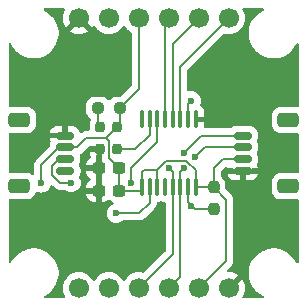
<source format=gbr>
%TF.GenerationSoftware,KiCad,Pcbnew,8.0.7*%
%TF.CreationDate,2025-01-11T17:50:10-05:00*%
%TF.ProjectId,Qwiic-UART,51776969-632d-4554-9152-542e6b696361,0.0.1*%
%TF.SameCoordinates,PX853a720PY66f2fb0*%
%TF.FileFunction,Copper,L1,Top*%
%TF.FilePolarity,Positive*%
%FSLAX46Y46*%
G04 Gerber Fmt 4.6, Leading zero omitted, Abs format (unit mm)*
G04 Created by KiCad (PCBNEW 8.0.7) date 2025-01-11 17:50:10*
%MOMM*%
%LPD*%
G01*
G04 APERTURE LIST*
G04 Aperture macros list*
%AMRoundRect*
0 Rectangle with rounded corners*
0 $1 Rounding radius*
0 $2 $3 $4 $5 $6 $7 $8 $9 X,Y pos of 4 corners*
0 Add a 4 corners polygon primitive as box body*
4,1,4,$2,$3,$4,$5,$6,$7,$8,$9,$2,$3,0*
0 Add four circle primitives for the rounded corners*
1,1,$1+$1,$2,$3*
1,1,$1+$1,$4,$5*
1,1,$1+$1,$6,$7*
1,1,$1+$1,$8,$9*
0 Add four rect primitives between the rounded corners*
20,1,$1+$1,$2,$3,$4,$5,0*
20,1,$1+$1,$4,$5,$6,$7,0*
20,1,$1+$1,$6,$7,$8,$9,0*
20,1,$1+$1,$8,$9,$2,$3,0*%
G04 Aperture macros list end*
%TA.AperFunction,SMDPad,CuDef*%
%ADD10RoundRect,0.237500X-0.237500X0.250000X-0.237500X-0.250000X0.237500X-0.250000X0.237500X0.250000X0*%
%TD*%
%TA.AperFunction,SMDPad,CuDef*%
%ADD11RoundRect,0.150000X0.625000X-0.150000X0.625000X0.150000X-0.625000X0.150000X-0.625000X-0.150000X0*%
%TD*%
%TA.AperFunction,SMDPad,CuDef*%
%ADD12RoundRect,0.250000X0.650000X-0.350000X0.650000X0.350000X-0.650000X0.350000X-0.650000X-0.350000X0*%
%TD*%
%TA.AperFunction,SMDPad,CuDef*%
%ADD13RoundRect,0.150000X-0.625000X0.150000X-0.625000X-0.150000X0.625000X-0.150000X0.625000X0.150000X0*%
%TD*%
%TA.AperFunction,SMDPad,CuDef*%
%ADD14RoundRect,0.250000X-0.650000X0.350000X-0.650000X-0.350000X0.650000X-0.350000X0.650000X0.350000X0*%
%TD*%
%TA.AperFunction,SMDPad,CuDef*%
%ADD15RoundRect,0.100000X0.100000X-0.637500X0.100000X0.637500X-0.100000X0.637500X-0.100000X-0.637500X0*%
%TD*%
%TA.AperFunction,SMDPad,CuDef*%
%ADD16RoundRect,0.237500X-0.300000X-0.237500X0.300000X-0.237500X0.300000X0.237500X-0.300000X0.237500X0*%
%TD*%
%TA.AperFunction,SMDPad,CuDef*%
%ADD17RoundRect,0.237500X0.250000X0.237500X-0.250000X0.237500X-0.250000X-0.237500X0.250000X-0.237500X0*%
%TD*%
%TA.AperFunction,SMDPad,CuDef*%
%ADD18RoundRect,0.200000X-0.200000X-0.250000X0.200000X-0.250000X0.200000X0.250000X-0.200000X0.250000X0*%
%TD*%
%TA.AperFunction,ComponentPad*%
%ADD19C,1.700000*%
%TD*%
%TA.AperFunction,ViaPad*%
%ADD20C,0.600000*%
%TD*%
%TA.AperFunction,Conductor*%
%ADD21C,0.200000*%
%TD*%
G04 APERTURE END LIST*
D10*
%TO.P,R1,1*%
%TO.N,+3.3V*%
X5080000Y-2897500D03*
%TO.P,R1,2*%
%TO.N,/~{INT}*%
X5080000Y-4722500D03*
%TD*%
D11*
%TO.P,J2,1,Pin_1*%
%TO.N,GND*%
X7525000Y-1500000D03*
%TO.P,J2,2,Pin_2*%
%TO.N,+3.3V*%
X7525000Y-500000D03*
%TO.P,J2,3,Pin_3*%
%TO.N,/SDA*%
X7525000Y500000D03*
%TO.P,J2,4,Pin_4*%
%TO.N,/SCL*%
X7525000Y1500000D03*
D12*
%TO.P,J2,MP,MountPin*%
%TO.N,unconnected-(J2-MountPin-PadMP)_1*%
X11400000Y-2800000D03*
%TO.N,unconnected-(J2-MountPin-PadMP)*%
X11400000Y2800000D03*
%TD*%
D13*
%TO.P,J1,1,Pin_1*%
%TO.N,GND*%
X-7525000Y1500000D03*
%TO.P,J1,2,Pin_2*%
%TO.N,+3.3V*%
X-7525000Y500000D03*
%TO.P,J1,3,Pin_3*%
%TO.N,/SDA*%
X-7525000Y-500000D03*
%TO.P,J1,4,Pin_4*%
%TO.N,/SCL*%
X-7525000Y-1500000D03*
D14*
%TO.P,J1,MP,MountPin*%
%TO.N,unconnected-(J1-MountPin-PadMP)*%
X-11400000Y2800000D03*
%TO.N,unconnected-(J1-MountPin-PadMP)_1*%
X-11400000Y-2800000D03*
%TD*%
D15*
%TO.P,U1,1,VDD*%
%TO.N,+3.3V*%
X-1005000Y-2862500D03*
%TO.P,U1,2,A0/~{CS}*%
%TO.N,/A0*%
X-355000Y-2862500D03*
%TO.P,U1,3,A1/SI*%
%TO.N,+3.3V*%
X295000Y-2862500D03*
%TO.P,U1,4,SO*%
%TO.N,unconnected-(U1-SO-Pad4)*%
X945000Y-2862500D03*
%TO.P,U1,5,SCL/SCLK*%
%TO.N,/SCL*%
X1595000Y-2862500D03*
%TO.P,U1,6,SDA*%
%TO.N,/SDA*%
X2245000Y-2862500D03*
%TO.P,U1,7,~{IRQ}*%
%TO.N,/~{INT}*%
X2895000Y-2862500D03*
%TO.P,U1,8,I2C/~{SPI}*%
%TO.N,+3.3V*%
X3545000Y-2862500D03*
%TO.P,U1,9,VSS*%
%TO.N,GND*%
X3545000Y2862500D03*
%TO.P,U1,10,~{RTS}*%
%TO.N,/~{RTS}*%
X2895000Y2862500D03*
%TO.P,U1,11,~{CTS}*%
%TO.N,/~{CTS}*%
X2245000Y2862500D03*
%TO.P,U1,12,TX*%
%TO.N,/TX*%
X1595000Y2862500D03*
%TO.P,U1,13,RX*%
%TO.N,/RX*%
X945000Y2862500D03*
%TO.P,U1,14,~{RESET}*%
%TO.N,/~{RST}*%
X295000Y2862500D03*
%TO.P,U1,15,XTAL1*%
%TO.N,/CLK*%
X-355000Y2862500D03*
%TO.P,U1,16,XTAL2*%
%TO.N,unconnected-(U1-XTAL2-Pad16)*%
X-1005000Y2862500D03*
%TD*%
D16*
%TO.P,C2,1*%
%TO.N,GND*%
X-4672500Y-3175000D03*
%TO.P,C2,2*%
%TO.N,+3.3V*%
X-2947500Y-3175000D03*
%TD*%
D17*
%TO.P,R2,1*%
%TO.N,+3.3V*%
X-2897500Y3810000D03*
%TO.P,R2,2*%
%TO.N,Net-(X1-Tri-State)*%
X-4722500Y3810000D03*
%TD*%
D18*
%TO.P,X1,4,VDD*%
%TO.N,+3.3V*%
X-3085000Y2195000D03*
%TO.P,X1,3,OUT*%
%TO.N,/CLK*%
X-3085000Y345000D03*
%TO.P,X1,2,GND*%
%TO.N,GND*%
X-4535000Y345000D03*
%TO.P,X1,1,Tri-State*%
%TO.N,Net-(X1-Tri-State)*%
X-4535000Y2195000D03*
%TD*%
D16*
%TO.P,C1,1*%
%TO.N,GND*%
X-4672500Y-1270000D03*
%TO.P,C1,2*%
%TO.N,+3.3V*%
X-2947500Y-1270000D03*
%TD*%
D19*
%TO.P,J4,1,Pin_1*%
%TO.N,GND*%
X6350000Y-11430000D03*
%TO.P,J4,2,Pin_2*%
%TO.N,+3.3V*%
X3810000Y-11430000D03*
%TO.P,J4,3,Pin_3*%
%TO.N,/SDA*%
X1270000Y-11430000D03*
%TO.P,J4,4,Pin_4*%
%TO.N,/SCL*%
X-1270000Y-11430000D03*
%TO.P,J4,5,Pin_5*%
%TO.N,/~{INT}*%
X-3810000Y-11430000D03*
%TO.P,J4,6,Pin_6*%
%TO.N,/~{RST}*%
X-6350000Y-11430000D03*
%TD*%
%TO.P,J3,1,Pin_1*%
%TO.N,GND*%
X-6350000Y11430000D03*
%TO.P,J3,2,Pin_2*%
%TO.N,/~{RTS}*%
X-3810000Y11430000D03*
%TO.P,J3,3,Pin_3*%
%TO.N,+3.3V*%
X-1270000Y11430000D03*
%TO.P,J3,4,Pin_4*%
%TO.N,/RX*%
X1270000Y11430000D03*
%TO.P,J3,5,Pin_5*%
%TO.N,/TX*%
X3810000Y11430000D03*
%TO.P,J3,6,Pin_6*%
%TO.N,/~{CTS}*%
X6350000Y11430000D03*
%TD*%
D20*
%TO.N,GND*%
X5080000Y2540000D03*
X9525000Y-5715000D03*
X-6985000Y-6350000D03*
X-7620000Y3810000D03*
X635000Y-5080000D03*
X-635000Y-6350000D03*
X10795000Y-5715000D03*
X-6350000Y3810000D03*
X-4445000Y-6350000D03*
X-9525000Y-6350000D03*
X5080000Y3810000D03*
%TO.N,+3.3V*%
X-9525000Y-2540000D03*
%TO.N,/SDA*%
X3492500Y-317500D03*
X-6985000Y-2500000D03*
X2540000Y-1270000D03*
%TO.N,/SCL*%
X-6985000Y-1500000D03*
X1270000Y-1270000D03*
X2540000Y0D03*
%TO.N,/~{RTS}*%
X3175000Y4445000D03*
%TO.N,/~{RST}*%
X-1905000Y-2540000D03*
%TO.N,/~{INT}*%
X3175000Y-4445000D03*
%TO.N,/A0*%
X-3175000Y-5095000D03*
%TD*%
D21*
%TO.N,+3.3V*%
X-3810000Y-407500D02*
X-3810000Y1070000D01*
X-1005000Y-3175000D02*
X-1005000Y-2862500D01*
X-2897500Y3810000D02*
X-2897500Y2382500D01*
X-2897500Y3810000D02*
X-1270000Y5437500D01*
X1056471Y-635000D02*
X2753530Y-635000D01*
X-2947500Y-1270000D02*
X-2947500Y-3175000D01*
X-3085000Y2195000D02*
X-4010000Y1270000D01*
X-6485000Y500000D02*
X-7525000Y500000D01*
X-1270000Y5437500D02*
X-1270000Y11430000D01*
X295000Y-1396471D02*
X-795699Y-1396471D01*
X6110000Y-9130000D02*
X3810000Y-11430000D01*
X5850000Y-500000D02*
X5080000Y-1270000D01*
X-9525000Y-1015000D02*
X-8010000Y500000D01*
X5080000Y-1270000D02*
X5080000Y-2897500D01*
X-2947500Y-3175000D02*
X-1005000Y-3175000D01*
X2753530Y-635000D02*
X3545000Y-1426470D01*
X6110000Y-3927500D02*
X6110000Y-9130000D01*
X295000Y-1396471D02*
X1056471Y-635000D01*
X-795699Y-1396471D02*
X-1005000Y-1605772D01*
X3545000Y-2862500D02*
X5045000Y-2862500D01*
X5045000Y-2862500D02*
X5080000Y-2897500D01*
X7525000Y-500000D02*
X5850000Y-500000D01*
X3545000Y-1426470D02*
X3545000Y-2862500D01*
X-1005000Y-1605772D02*
X-1005000Y-2862500D01*
X-5715000Y1270000D02*
X-6485000Y500000D01*
X-4010000Y1270000D02*
X-5715000Y1270000D01*
X-3810000Y1070000D02*
X-4010000Y1270000D01*
X-8010000Y500000D02*
X-7525000Y500000D01*
X-2897500Y2382500D02*
X-3085000Y2195000D01*
X-2947500Y-1270000D02*
X-3810000Y-407500D01*
X-9525000Y-2540000D02*
X-9525000Y-1015000D01*
X295000Y-2862500D02*
X295000Y-1396471D01*
X5080000Y-2897500D02*
X6110000Y-3927500D01*
%TO.N,/SDA*%
X2245000Y-10455000D02*
X1270000Y-11430000D01*
X2245000Y-2862500D02*
X2245000Y-1565000D01*
X-8600276Y-1840276D02*
X-8600276Y-1090276D01*
X2245000Y-1565000D02*
X2540000Y-1270000D01*
X-8010000Y-500000D02*
X-7525000Y-500000D01*
X2245000Y-2862500D02*
X2245000Y-10455000D01*
X7525000Y500000D02*
X4310000Y500000D01*
X4310000Y500000D02*
X3492500Y-317500D01*
X-8600276Y-1090276D02*
X-8010000Y-500000D01*
X-6985000Y-2500000D02*
X-7940552Y-2500000D01*
X-7940552Y-2500000D02*
X-8600276Y-1840276D01*
%TO.N,/SCL*%
X2540000Y0D02*
X4040000Y1500000D01*
X1595000Y-2862500D02*
X1595000Y-1595000D01*
X1595000Y-8565000D02*
X-1270000Y-11430000D01*
X1595000Y-1595000D02*
X1270000Y-1270000D01*
X4040000Y1500000D02*
X7525000Y1500000D01*
X1595000Y-2862500D02*
X1595000Y-8565000D01*
X-7525000Y-1500000D02*
X-6985000Y-1500000D01*
%TO.N,/RX*%
X945000Y2862500D02*
X945000Y11105000D01*
X945000Y11105000D02*
X1270000Y11430000D01*
%TO.N,/~{RTS}*%
X2895000Y4165000D02*
X3175000Y4445000D01*
X2895000Y2862500D02*
X2895000Y4165000D01*
%TO.N,/~{CTS}*%
X2245000Y2862500D02*
X2245000Y7325000D01*
X2245000Y7325000D02*
X6350000Y11430000D01*
%TO.N,/TX*%
X1595000Y9215000D02*
X3810000Y11430000D01*
X1595000Y2862500D02*
X1595000Y9215000D01*
%TO.N,/~{RST}*%
X295000Y930000D02*
X-1905000Y-1270000D01*
X-1905000Y-1270000D02*
X-1905000Y-2540000D01*
X295000Y2862500D02*
X295000Y930000D01*
%TO.N,/~{INT}*%
X5080000Y-4722500D02*
X3452500Y-4722500D01*
X2895000Y-2862500D02*
X2895000Y-4165000D01*
X3452500Y-4722500D02*
X3175000Y-4445000D01*
X2895000Y-4165000D02*
X3175000Y-4445000D01*
%TO.N,/A0*%
X-355000Y-4200000D02*
X-1250000Y-5095000D01*
X-1250000Y-5095000D02*
X-3175000Y-5095000D01*
X-355000Y-2862500D02*
X-355000Y-4200000D01*
%TO.N,Net-(X1-Tri-State)*%
X-4722500Y3810000D02*
X-4722500Y2382500D01*
X-4722500Y2382500D02*
X-4535000Y2195000D01*
%TO.N,/CLK*%
X-3085000Y345000D02*
X-1560000Y345000D01*
X-1560000Y345000D02*
X-355000Y1550000D01*
X-355000Y1550000D02*
X-355000Y2862500D01*
%TD*%
%TA.AperFunction,Conductor*%
%TO.N,GND*%
G36*
X-4591961Y575315D02*
G01*
X-4546206Y522511D01*
X-4535000Y471000D01*
X-4535000Y345000D01*
X-4534500Y345000D01*
X-4467461Y325315D01*
X-4421706Y272511D01*
X-4410500Y221000D01*
X-4410500Y-320830D01*
X-4410501Y-320848D01*
X-4410501Y-486554D01*
X-4410502Y-486554D01*
X-4407768Y-496756D01*
X-4379064Y-603883D01*
X-4380726Y-673731D01*
X-4411156Y-723655D01*
X-4422500Y-734999D01*
X-4422500Y-4149999D01*
X-4323360Y-4149999D01*
X-4323346Y-4149998D01*
X-4222348Y-4139680D01*
X-4058700Y-4085453D01*
X-4058689Y-4085448D01*
X-3911965Y-3994947D01*
X-3898040Y-3981021D01*
X-3836718Y-3947533D01*
X-3767027Y-3952514D01*
X-3722673Y-3981017D01*
X-3708350Y-3995340D01*
X-3561516Y-4085908D01*
X-3472247Y-4115489D01*
X-3414803Y-4155261D01*
X-3387980Y-4219776D01*
X-3400295Y-4288552D01*
X-3447838Y-4339752D01*
X-3470296Y-4350235D01*
X-3524521Y-4369209D01*
X-3677263Y-4465184D01*
X-3804816Y-4592737D01*
X-3900789Y-4745476D01*
X-3960369Y-4915745D01*
X-3960370Y-4915750D01*
X-3980565Y-5094996D01*
X-3980565Y-5095003D01*
X-3960370Y-5274249D01*
X-3960369Y-5274254D01*
X-3900789Y-5444523D01*
X-3804816Y-5597262D01*
X-3677262Y-5724816D01*
X-3524522Y-5820789D01*
X-3488993Y-5833221D01*
X-3354255Y-5880368D01*
X-3354250Y-5880369D01*
X-3175004Y-5900565D01*
X-3175000Y-5900565D01*
X-3174996Y-5900565D01*
X-2995751Y-5880369D01*
X-2995748Y-5880368D01*
X-2995745Y-5880368D01*
X-2825478Y-5820789D01*
X-2672738Y-5724816D01*
X-2672733Y-5724810D01*
X-2669903Y-5722555D01*
X-2667725Y-5721665D01*
X-2666842Y-5721111D01*
X-2666745Y-5721265D01*
X-2605217Y-5696145D01*
X-2592588Y-5695500D01*
X-1336669Y-5695500D01*
X-1336653Y-5695501D01*
X-1329057Y-5695501D01*
X-1170946Y-5695501D01*
X-1170943Y-5695501D01*
X-1018215Y-5654577D01*
X-968096Y-5625639D01*
X-881284Y-5575520D01*
X-769480Y-5463716D01*
X-769480Y-5463714D01*
X-759272Y-5453507D01*
X-759270Y-5453504D01*
X3506Y-4690728D01*
X3511Y-4690724D01*
X13714Y-4680520D01*
X13716Y-4680520D01*
X125520Y-4568716D01*
X179733Y-4474815D01*
X196946Y-4445002D01*
X196947Y-4445001D01*
X200042Y-4439638D01*
X204577Y-4431785D01*
X245500Y-4279057D01*
X245500Y-4224499D01*
X265185Y-4157460D01*
X317989Y-4111705D01*
X369500Y-4100499D01*
X434362Y-4100499D01*
X456520Y-4097581D01*
X551762Y-4085044D01*
X572545Y-4076434D01*
X642014Y-4068965D01*
X667453Y-4076434D01*
X688238Y-4085044D01*
X805639Y-4100500D01*
X870500Y-4100499D01*
X937538Y-4120183D01*
X983294Y-4172986D01*
X994500Y-4224499D01*
X994500Y-8264902D01*
X974815Y-8331941D01*
X958181Y-8352583D01*
X-786470Y-10097233D01*
X-847793Y-10130718D01*
X-906244Y-10129327D01*
X-1034587Y-10094938D01*
X-1034597Y-10094936D01*
X-1269999Y-10074341D01*
X-1270001Y-10074341D01*
X-1505404Y-10094936D01*
X-1505414Y-10094938D01*
X-1733656Y-10156094D01*
X-1733665Y-10156098D01*
X-1947829Y-10255964D01*
X-1947831Y-10255965D01*
X-2141403Y-10391505D01*
X-2308495Y-10558597D01*
X-2438425Y-10744158D01*
X-2493002Y-10787783D01*
X-2562500Y-10794977D01*
X-2624855Y-10763454D01*
X-2641575Y-10744158D01*
X-2771506Y-10558597D01*
X-2938598Y-10391506D01*
X-2938605Y-10391501D01*
X-3132166Y-10255967D01*
X-3132170Y-10255965D01*
X-3212533Y-10218491D01*
X-3346337Y-10156097D01*
X-3346341Y-10156096D01*
X-3346345Y-10156094D01*
X-3574587Y-10094938D01*
X-3574597Y-10094936D01*
X-3809999Y-10074341D01*
X-3810001Y-10074341D01*
X-4045404Y-10094936D01*
X-4045414Y-10094938D01*
X-4273656Y-10156094D01*
X-4273665Y-10156098D01*
X-4487829Y-10255964D01*
X-4487831Y-10255965D01*
X-4681403Y-10391505D01*
X-4848495Y-10558597D01*
X-4978425Y-10744158D01*
X-5033002Y-10787783D01*
X-5102500Y-10794977D01*
X-5164855Y-10763454D01*
X-5181575Y-10744158D01*
X-5311506Y-10558597D01*
X-5478598Y-10391506D01*
X-5478605Y-10391501D01*
X-5672166Y-10255967D01*
X-5672170Y-10255965D01*
X-5752533Y-10218491D01*
X-5886337Y-10156097D01*
X-5886341Y-10156096D01*
X-5886345Y-10156094D01*
X-6114587Y-10094938D01*
X-6114597Y-10094936D01*
X-6349999Y-10074341D01*
X-6350001Y-10074341D01*
X-6585404Y-10094936D01*
X-6585414Y-10094938D01*
X-6813656Y-10156094D01*
X-6813665Y-10156098D01*
X-7027829Y-10255964D01*
X-7027831Y-10255965D01*
X-7221403Y-10391505D01*
X-7388495Y-10558597D01*
X-7524035Y-10752169D01*
X-7524036Y-10752171D01*
X-7623902Y-10966335D01*
X-7623906Y-10966344D01*
X-7685062Y-11194586D01*
X-7685064Y-11194596D01*
X-7705659Y-11429999D01*
X-7705659Y-11430000D01*
X-7685064Y-11665403D01*
X-7685062Y-11665413D01*
X-7623906Y-11893655D01*
X-7623904Y-11893659D01*
X-7623903Y-11893663D01*
X-7551972Y-12047919D01*
X-7524035Y-12107830D01*
X-7521326Y-12112522D01*
X-7523320Y-12113673D01*
X-7504126Y-12170574D01*
X-7521132Y-12238343D01*
X-7572077Y-12286159D01*
X-7628028Y-12299500D01*
X-9212949Y-12299500D01*
X-9279988Y-12279815D01*
X-9325743Y-12227011D01*
X-9335687Y-12157853D01*
X-9306662Y-12094297D01*
X-9260401Y-12060939D01*
X-9228988Y-12047927D01*
X-9228985Y-12047925D01*
X-9228979Y-12047923D01*
X-8990521Y-11910249D01*
X-8772072Y-11742628D01*
X-8577372Y-11547928D01*
X-8409751Y-11329479D01*
X-8272077Y-11091021D01*
X-8166705Y-10836632D01*
X-8095440Y-10570666D01*
X-8059500Y-10297674D01*
X-8059500Y-10022326D01*
X-8095440Y-9749334D01*
X-8166705Y-9483368D01*
X-8272077Y-9228979D01*
X-8272079Y-9228976D01*
X-8272081Y-9228971D01*
X-8321268Y-9143778D01*
X-8409751Y-8990521D01*
X-8577372Y-8772072D01*
X-8577377Y-8772066D01*
X-8772067Y-8577376D01*
X-8772074Y-8577370D01*
X-8990517Y-8409754D01*
X-8990518Y-8409753D01*
X-8990521Y-8409751D01*
X-9089539Y-8352583D01*
X-9228972Y-8272080D01*
X-9228983Y-8272075D01*
X-9483370Y-8166704D01*
X-9616351Y-8131072D01*
X-9749334Y-8095440D01*
X-9749340Y-8095439D01*
X-9749345Y-8095438D01*
X-10022316Y-8059501D01*
X-10022321Y-8059500D01*
X-10022326Y-8059500D01*
X-10297674Y-8059500D01*
X-10297680Y-8059500D01*
X-10297685Y-8059501D01*
X-10570656Y-8095438D01*
X-10570663Y-8095439D01*
X-10570666Y-8095440D01*
X-10626875Y-8110500D01*
X-10836631Y-8166704D01*
X-11091018Y-8272075D01*
X-11091029Y-8272080D01*
X-11329484Y-8409754D01*
X-11547927Y-8577370D01*
X-11547934Y-8577376D01*
X-11742624Y-8772066D01*
X-11742630Y-8772073D01*
X-11910246Y-8990516D01*
X-12047920Y-9228971D01*
X-12047923Y-9228978D01*
X-12060939Y-9260402D01*
X-12104781Y-9314805D01*
X-12171075Y-9336869D01*
X-12238774Y-9319589D01*
X-12286384Y-9268452D01*
X-12299500Y-9212948D01*
X-12299500Y-4017433D01*
X-12279815Y-3950394D01*
X-12227011Y-3904639D01*
X-12162898Y-3894075D01*
X-12100009Y-3900500D01*
X-10699992Y-3900499D01*
X-10597203Y-3889999D01*
X-10430666Y-3834814D01*
X-10281344Y-3742712D01*
X-10157288Y-3618656D01*
X-10065186Y-3469334D01*
X-10062641Y-3461654D01*
X-5709999Y-3461654D01*
X-5699681Y-3562652D01*
X-5645454Y-3726300D01*
X-5645449Y-3726311D01*
X-5554948Y-3873034D01*
X-5554945Y-3873038D01*
X-5433039Y-3994944D01*
X-5433035Y-3994947D01*
X-5286312Y-4085448D01*
X-5286301Y-4085453D01*
X-5122653Y-4139680D01*
X-5021649Y-4149999D01*
X-4922500Y-4149998D01*
X-4922500Y-3425000D01*
X-5709999Y-3425000D01*
X-5709999Y-3461654D01*
X-10062641Y-3461654D01*
X-10024593Y-3346830D01*
X-9984822Y-3289388D01*
X-9920306Y-3262564D01*
X-9865933Y-3268795D01*
X-9704263Y-3325366D01*
X-9704257Y-3325367D01*
X-9704255Y-3325368D01*
X-9704254Y-3325368D01*
X-9704250Y-3325369D01*
X-9525004Y-3345565D01*
X-9525000Y-3345565D01*
X-9524996Y-3345565D01*
X-9345751Y-3325369D01*
X-9345748Y-3325368D01*
X-9345745Y-3325368D01*
X-9175478Y-3265789D01*
X-9022738Y-3169816D01*
X-8895184Y-3042262D01*
X-8799211Y-2889522D01*
X-8760978Y-2780256D01*
X-8720258Y-2723483D01*
X-8655305Y-2697735D01*
X-8586743Y-2711191D01*
X-8556256Y-2733532D01*
X-8509529Y-2780259D01*
X-8309268Y-2980520D01*
X-8309266Y-2980521D01*
X-8309262Y-2980524D01*
X-8234367Y-3023764D01*
X-8172336Y-3059577D01*
X-8019609Y-3100501D01*
X-8019607Y-3100501D01*
X-7853898Y-3100501D01*
X-7853882Y-3100500D01*
X-7567412Y-3100500D01*
X-7500373Y-3120185D01*
X-7490097Y-3127555D01*
X-7487264Y-3129814D01*
X-7487262Y-3129816D01*
X-7334522Y-3225789D01*
X-7211618Y-3268795D01*
X-7164255Y-3285368D01*
X-7164250Y-3285369D01*
X-6985004Y-3305565D01*
X-6985000Y-3305565D01*
X-6984996Y-3305565D01*
X-6805751Y-3285369D01*
X-6805748Y-3285368D01*
X-6805745Y-3285368D01*
X-6635478Y-3225789D01*
X-6482738Y-3129816D01*
X-6355184Y-3002262D01*
X-6283605Y-2888345D01*
X-5710000Y-2888345D01*
X-5710000Y-2925000D01*
X-4922500Y-2925000D01*
X-4922500Y-1520000D01*
X-5709999Y-1520000D01*
X-5709999Y-1556654D01*
X-5699681Y-1657652D01*
X-5645454Y-1821300D01*
X-5645449Y-1821311D01*
X-5554948Y-1968034D01*
X-5554945Y-1968038D01*
X-5433039Y-2089944D01*
X-5433035Y-2089947D01*
X-5389238Y-2116962D01*
X-5342513Y-2168910D01*
X-5331292Y-2237873D01*
X-5359135Y-2301955D01*
X-5389238Y-2328038D01*
X-5433035Y-2355052D01*
X-5433039Y-2355055D01*
X-5554945Y-2476961D01*
X-5554948Y-2476965D01*
X-5645449Y-2623688D01*
X-5645454Y-2623699D01*
X-5699681Y-2787347D01*
X-5710000Y-2888345D01*
X-6283605Y-2888345D01*
X-6259211Y-2849522D01*
X-6199632Y-2679255D01*
X-6179435Y-2500000D01*
X-6182031Y-2476961D01*
X-6199631Y-2320750D01*
X-6199632Y-2320745D01*
X-6246555Y-2186648D01*
X-6259211Y-2150478D01*
X-6259212Y-2150476D01*
X-6312243Y-2066078D01*
X-6331243Y-1998841D01*
X-6313990Y-1936999D01*
X-6311779Y-1933261D01*
X-6310121Y-1930542D01*
X-6259211Y-1849522D01*
X-6205267Y-1695360D01*
X-6199634Y-1679262D01*
X-6199631Y-1679249D01*
X-6179435Y-1500003D01*
X-6179435Y-1499996D01*
X-6199631Y-1320750D01*
X-6199632Y-1320745D01*
X-6206716Y-1300499D01*
X-6259211Y-1150478D01*
X-6310082Y-1069518D01*
X-6311806Y-1066691D01*
X-6312329Y-1065807D01*
X-6313909Y-1063136D01*
X-6331101Y-995417D01*
X-6327557Y-983345D01*
X-5710000Y-983345D01*
X-5710000Y-1020000D01*
X-4922500Y-1020000D01*
X-4922500Y-289000D01*
X-4902815Y-221961D01*
X-4850011Y-176206D01*
X-4798500Y-165000D01*
X-4785000Y-165000D01*
X-4785000Y95000D01*
X-5434999Y95000D01*
X-5434999Y38418D01*
X-5428592Y-32102D01*
X-5428591Y-32107D01*
X-5378019Y-194396D01*
X-5343966Y-250727D01*
X-5326130Y-318282D01*
X-5347648Y-384755D01*
X-5384985Y-420415D01*
X-5433038Y-450054D01*
X-5554945Y-571961D01*
X-5554948Y-571965D01*
X-5645449Y-718688D01*
X-5645454Y-718699D01*
X-5699681Y-882347D01*
X-5710000Y-983345D01*
X-6327557Y-983345D01*
X-6313918Y-936879D01*
X-6298256Y-910398D01*
X-6252402Y-752569D01*
X-6249500Y-715694D01*
X-6249500Y-284306D01*
X-6252402Y-247431D01*
X-6272131Y-179524D01*
X-6271932Y-109657D01*
X-6233991Y-50986D01*
X-6215062Y-37547D01*
X-6203096Y-30639D01*
X-6116284Y19480D01*
X-6004480Y131284D01*
X-6004480Y131286D01*
X-5994272Y141493D01*
X-5994271Y141496D01*
X-5575563Y560203D01*
X-5514241Y593687D01*
X-5486362Y591694D01*
X-5486362Y595000D01*
X-4659000Y595000D01*
X-4591961Y575315D01*
G37*
%TD.AperFunction*%
%TA.AperFunction,Conductor*%
G36*
X9279988Y12279815D02*
G01*
X9325743Y12227011D01*
X9335687Y12157853D01*
X9306662Y12094297D01*
X9260401Y12060939D01*
X9228987Y12047928D01*
X9228971Y12047920D01*
X8990516Y11910246D01*
X8772073Y11742630D01*
X8772066Y11742624D01*
X8577376Y11547934D01*
X8577370Y11547927D01*
X8409754Y11329484D01*
X8272080Y11091029D01*
X8272075Y11091018D01*
X8166704Y10836631D01*
X8095441Y10570669D01*
X8095438Y10570656D01*
X8059501Y10297685D01*
X8059500Y10297668D01*
X8059500Y10022333D01*
X8059501Y10022316D01*
X8095438Y9749345D01*
X8095439Y9749340D01*
X8095440Y9749334D01*
X8095441Y9749332D01*
X8166704Y9483370D01*
X8272075Y9228983D01*
X8272080Y9228972D01*
X8354861Y9085593D01*
X8409751Y8990521D01*
X8409753Y8990518D01*
X8409754Y8990517D01*
X8577370Y8772074D01*
X8577376Y8772067D01*
X8772066Y8577377D01*
X8772072Y8577372D01*
X8990521Y8409751D01*
X9094380Y8349788D01*
X9228971Y8272081D01*
X9228976Y8272079D01*
X9228979Y8272077D01*
X9483368Y8166705D01*
X9749334Y8095440D01*
X10022326Y8059500D01*
X10022333Y8059500D01*
X10297667Y8059500D01*
X10297674Y8059500D01*
X10570666Y8095440D01*
X10836632Y8166705D01*
X11091021Y8272077D01*
X11329479Y8409751D01*
X11547928Y8577372D01*
X11742628Y8772072D01*
X11910249Y8990521D01*
X12047923Y9228979D01*
X12047927Y9228988D01*
X12060939Y9260401D01*
X12104780Y9314805D01*
X12171074Y9336870D01*
X12238773Y9319591D01*
X12286384Y9268454D01*
X12299500Y9212949D01*
X12299500Y4017434D01*
X12279815Y3950395D01*
X12227011Y3904640D01*
X12162899Y3894076D01*
X12100012Y3900500D01*
X10699998Y3900500D01*
X10699981Y3900499D01*
X10597203Y3890000D01*
X10597200Y3889999D01*
X10430668Y3834815D01*
X10430663Y3834813D01*
X10281342Y3742711D01*
X10157289Y3618658D01*
X10065187Y3469337D01*
X10065185Y3469332D01*
X10041239Y3397067D01*
X10010001Y3302797D01*
X10010001Y3302796D01*
X10010000Y3302796D01*
X9999500Y3200017D01*
X9999500Y2399999D01*
X9999501Y2399981D01*
X10010000Y2297204D01*
X10010001Y2297201D01*
X10052787Y2168083D01*
X10065186Y2130666D01*
X10157288Y1981344D01*
X10281344Y1857288D01*
X10430666Y1765186D01*
X10597203Y1710001D01*
X10699991Y1699500D01*
X12100008Y1699501D01*
X12162899Y1705926D01*
X12231590Y1693157D01*
X12282475Y1645277D01*
X12299500Y1582568D01*
X12299500Y-1582566D01*
X12279815Y-1649605D01*
X12227011Y-1695360D01*
X12162899Y-1705924D01*
X12100012Y-1699500D01*
X10699998Y-1699500D01*
X10699981Y-1699501D01*
X10597203Y-1710000D01*
X10597200Y-1710001D01*
X10430668Y-1765185D01*
X10430663Y-1765187D01*
X10281342Y-1857289D01*
X10157289Y-1981342D01*
X10065187Y-2130663D01*
X10065185Y-2130668D01*
X10046969Y-2185640D01*
X10010001Y-2297203D01*
X10010001Y-2297204D01*
X10010000Y-2297204D01*
X9999500Y-2399983D01*
X9999500Y-3200001D01*
X9999501Y-3200019D01*
X10010000Y-3302796D01*
X10010001Y-3302799D01*
X10024593Y-3346833D01*
X10065186Y-3469334D01*
X10157288Y-3618656D01*
X10281344Y-3742712D01*
X10430666Y-3834814D01*
X10597203Y-3889999D01*
X10699991Y-3900500D01*
X12100008Y-3900499D01*
X12162899Y-3894074D01*
X12231590Y-3906843D01*
X12282475Y-3954723D01*
X12299500Y-4017432D01*
X12299500Y-9212948D01*
X12279815Y-9279987D01*
X12227011Y-9325742D01*
X12157853Y-9335686D01*
X12094297Y-9306661D01*
X12060939Y-9260402D01*
X12047924Y-9228982D01*
X12047923Y-9228979D01*
X12047920Y-9228975D01*
X12047919Y-9228971D01*
X11998732Y-9143778D01*
X11910249Y-8990521D01*
X11742628Y-8772072D01*
X11742623Y-8772066D01*
X11547933Y-8577376D01*
X11547926Y-8577370D01*
X11329483Y-8409754D01*
X11329482Y-8409753D01*
X11329479Y-8409751D01*
X11230461Y-8352583D01*
X11091028Y-8272080D01*
X11091017Y-8272075D01*
X10836630Y-8166704D01*
X10703649Y-8131072D01*
X10570666Y-8095440D01*
X10570660Y-8095439D01*
X10570655Y-8095438D01*
X10297684Y-8059501D01*
X10297679Y-8059500D01*
X10297674Y-8059500D01*
X10022326Y-8059500D01*
X10022320Y-8059500D01*
X10022315Y-8059501D01*
X9749344Y-8095438D01*
X9749337Y-8095439D01*
X9749334Y-8095440D01*
X9693125Y-8110500D01*
X9483369Y-8166704D01*
X9228982Y-8272075D01*
X9228971Y-8272080D01*
X8990516Y-8409754D01*
X8772073Y-8577370D01*
X8772066Y-8577376D01*
X8577376Y-8772066D01*
X8577370Y-8772073D01*
X8409754Y-8990516D01*
X8272080Y-9228971D01*
X8272075Y-9228982D01*
X8166704Y-9483369D01*
X8095441Y-9749331D01*
X8095438Y-9749344D01*
X8059501Y-10022315D01*
X8059500Y-10022332D01*
X8059500Y-10297667D01*
X8059501Y-10297684D01*
X8095438Y-10570655D01*
X8095439Y-10570660D01*
X8095440Y-10570666D01*
X8095441Y-10570668D01*
X8166704Y-10836630D01*
X8272075Y-11091017D01*
X8272080Y-11091028D01*
X8354861Y-11234407D01*
X8409751Y-11329479D01*
X8409753Y-11329482D01*
X8409754Y-11329483D01*
X8577370Y-11547926D01*
X8577376Y-11547933D01*
X8772066Y-11742623D01*
X8772072Y-11742628D01*
X8990521Y-11910249D01*
X9143778Y-11998732D01*
X9228971Y-12047919D01*
X9228987Y-12047927D01*
X9260401Y-12060939D01*
X9314805Y-12104780D01*
X9336870Y-12171074D01*
X9319591Y-12238773D01*
X9268454Y-12286384D01*
X9212949Y-12299500D01*
X7627417Y-12299500D01*
X7560378Y-12279815D01*
X7514623Y-12227011D01*
X7504679Y-12157853D01*
X7522381Y-12113131D01*
X7520891Y-12112271D01*
X7523599Y-12107579D01*
X7623429Y-11893492D01*
X7623433Y-11893483D01*
X7684567Y-11665326D01*
X7684569Y-11665315D01*
X7705157Y-11430001D01*
X7705157Y-11429998D01*
X7684569Y-11194684D01*
X7684567Y-11194673D01*
X7623433Y-10966516D01*
X7623429Y-10966507D01*
X7523601Y-10752424D01*
X7464925Y-10668626D01*
X6832962Y-11300589D01*
X6815925Y-11237007D01*
X6750099Y-11122993D01*
X6657007Y-11029901D01*
X6542993Y-10964075D01*
X6479408Y-10947037D01*
X7111372Y-10315073D01*
X7027576Y-10256398D01*
X6813492Y-10156570D01*
X6813483Y-10156566D01*
X6585326Y-10095432D01*
X6585315Y-10095430D01*
X6350002Y-10074843D01*
X6349997Y-10074843D01*
X6321602Y-10077327D01*
X6253103Y-10063560D01*
X6202920Y-10014944D01*
X6186987Y-9946916D01*
X6210363Y-9881072D01*
X6223109Y-9866124D01*
X6478713Y-9610521D01*
X6478716Y-9610520D01*
X6590520Y-9498716D01*
X6640639Y-9411904D01*
X6669577Y-9361785D01*
X6710500Y-9209058D01*
X6710500Y-9050943D01*
X6710500Y-4016559D01*
X6710501Y-4016546D01*
X6710501Y-3848445D01*
X6710501Y-3848443D01*
X6669577Y-3695715D01*
X6647087Y-3656762D01*
X6637083Y-3639434D01*
X6637082Y-3639433D01*
X6590521Y-3558786D01*
X6590520Y-3558784D01*
X6478716Y-3446980D01*
X6478715Y-3446979D01*
X6474385Y-3442649D01*
X6474374Y-3442639D01*
X6091818Y-3060083D01*
X6058333Y-2998760D01*
X6055499Y-2972402D01*
X6055499Y-2598330D01*
X6055498Y-2598313D01*
X6045174Y-2497247D01*
X6012946Y-2399991D01*
X5990908Y-2333484D01*
X5900340Y-2186650D01*
X5778350Y-2064660D01*
X5778349Y-2064659D01*
X5739402Y-2040636D01*
X5692678Y-1988687D01*
X5680500Y-1935098D01*
X5680500Y-1750001D01*
X6252704Y-1750001D01*
X6252899Y-1752486D01*
X6298718Y-1910198D01*
X6382314Y-2051552D01*
X6382321Y-2051561D01*
X6498438Y-2167678D01*
X6498447Y-2167685D01*
X6639803Y-2251282D01*
X6639806Y-2251283D01*
X6797504Y-2297099D01*
X6797510Y-2297100D01*
X6834350Y-2299999D01*
X6834366Y-2300000D01*
X7275000Y-2300000D01*
X7775000Y-2300000D01*
X8215634Y-2300000D01*
X8215649Y-2299999D01*
X8252489Y-2297100D01*
X8252495Y-2297099D01*
X8410193Y-2251283D01*
X8410196Y-2251282D01*
X8551552Y-2167685D01*
X8551561Y-2167678D01*
X8667678Y-2051561D01*
X8667685Y-2051552D01*
X8751281Y-1910198D01*
X8797100Y-1752486D01*
X8797295Y-1750001D01*
X8797295Y-1750000D01*
X7775000Y-1750000D01*
X7775000Y-2300000D01*
X7275000Y-2300000D01*
X7275000Y-1750000D01*
X6252705Y-1750000D01*
X6252704Y-1750001D01*
X5680500Y-1750001D01*
X5680500Y-1570097D01*
X5700185Y-1503058D01*
X5716819Y-1482416D01*
X5878490Y-1320745D01*
X6040959Y-1158275D01*
X6102280Y-1124792D01*
X6171971Y-1129776D01*
X6227905Y-1171647D01*
X6252322Y-1237112D01*
X6252277Y-1249537D01*
X6252705Y-1250000D01*
X6615950Y-1250000D01*
X6650545Y-1254924D01*
X6797426Y-1297597D01*
X6797429Y-1297597D01*
X6797431Y-1297598D01*
X6834306Y-1300500D01*
X6834314Y-1300500D01*
X8215686Y-1300500D01*
X8215694Y-1300500D01*
X8252569Y-1297598D01*
X8252571Y-1297597D01*
X8252573Y-1297597D01*
X8399455Y-1254924D01*
X8434050Y-1250000D01*
X8797295Y-1250000D01*
X8797295Y-1249998D01*
X8797100Y-1247511D01*
X8797099Y-1247505D01*
X8751283Y-1089806D01*
X8751282Y-1089803D01*
X8735792Y-1063610D01*
X8718611Y-995886D01*
X8735793Y-937369D01*
X8751744Y-910398D01*
X8797598Y-752569D01*
X8800500Y-715694D01*
X8800500Y-284306D01*
X8797598Y-247431D01*
X8797597Y-247429D01*
X8797597Y-247426D01*
X8760629Y-120185D01*
X8751744Y-89602D01*
X8751742Y-89598D01*
X8736084Y-63122D01*
X8718900Y4601D01*
X8736084Y63122D01*
X8751742Y89599D01*
X8751744Y89602D01*
X8797598Y247431D01*
X8800500Y284306D01*
X8800500Y715694D01*
X8797598Y752569D01*
X8788068Y785370D01*
X8751745Y910394D01*
X8751745Y910395D01*
X8751744Y910398D01*
X8736084Y936878D01*
X8718900Y1004601D01*
X8736084Y1063122D01*
X8751742Y1089599D01*
X8751744Y1089602D01*
X8797598Y1247431D01*
X8800500Y1284306D01*
X8800500Y1715694D01*
X8797598Y1752569D01*
X8793932Y1765186D01*
X8751745Y1910394D01*
X8751744Y1910397D01*
X8751744Y1910398D01*
X8668081Y2051865D01*
X8668079Y2051867D01*
X8668076Y2051871D01*
X8551870Y2168077D01*
X8551862Y2168083D01*
X8456465Y2224500D01*
X8410398Y2251744D01*
X8410397Y2251745D01*
X8410396Y2251745D01*
X8410393Y2251746D01*
X8252573Y2297598D01*
X8252567Y2297599D01*
X8215701Y2300500D01*
X8215694Y2300500D01*
X6834306Y2300500D01*
X6834298Y2300500D01*
X6797432Y2297599D01*
X6797426Y2297598D01*
X6639606Y2251746D01*
X6639603Y2251745D01*
X6498137Y2168083D01*
X6498129Y2168077D01*
X6466874Y2136820D01*
X6405552Y2103334D01*
X6379192Y2100500D01*
X4369000Y2100500D01*
X4301961Y2120185D01*
X4256206Y2172989D01*
X4245000Y2224500D01*
X4245000Y2662500D01*
X3719500Y2662500D01*
X3652461Y2682185D01*
X3606706Y2734989D01*
X3595500Y2786499D01*
X3595499Y2938499D01*
X3615183Y3005539D01*
X3667987Y3051294D01*
X3719499Y3062500D01*
X4244999Y3062500D01*
X4244999Y3539325D01*
X4229557Y3656629D01*
X4229555Y3656634D01*
X4169100Y3802586D01*
X4072924Y3927925D01*
X3962197Y4012889D01*
X3920995Y4069317D01*
X3916840Y4139063D01*
X3920637Y4152201D01*
X3960368Y4265745D01*
X3960369Y4265751D01*
X3980565Y4444997D01*
X3980565Y4445004D01*
X3960369Y4624250D01*
X3960368Y4624255D01*
X3926548Y4720907D01*
X3900789Y4794522D01*
X3804816Y4947262D01*
X3677262Y5074816D01*
X3524523Y5170789D01*
X3354254Y5230369D01*
X3354249Y5230370D01*
X3175004Y5250565D01*
X3174996Y5250565D01*
X2988825Y5229589D01*
X2988644Y5231193D01*
X2927352Y5234950D01*
X2870995Y5276250D01*
X2845912Y5341462D01*
X2845500Y5351567D01*
X2845500Y7024903D01*
X2865185Y7091942D01*
X2881819Y7112584D01*
X4346612Y8577377D01*
X5866470Y10097236D01*
X5927791Y10130719D01*
X5986242Y10129328D01*
X6041990Y10114391D01*
X6114592Y10094937D01*
X6302918Y10078461D01*
X6349999Y10074341D01*
X6350000Y10074341D01*
X6350001Y10074341D01*
X6389234Y10077774D01*
X6585408Y10094937D01*
X6813663Y10156097D01*
X7027830Y10255965D01*
X7221401Y10391505D01*
X7388495Y10558599D01*
X7524035Y10752170D01*
X7623903Y10966337D01*
X7685063Y11194592D01*
X7705659Y11430000D01*
X7685063Y11665408D01*
X7623903Y11893663D01*
X7524035Y12107829D01*
X7521329Y12112516D01*
X7523325Y12113669D01*
X7504126Y12170549D01*
X7521118Y12238321D01*
X7572053Y12286148D01*
X7628027Y12299500D01*
X9212949Y12299500D01*
X9279988Y12279815D01*
G37*
%TD.AperFunction*%
%TA.AperFunction,Conductor*%
G36*
X-7560378Y12279815D02*
G01*
X-7514623Y12227011D01*
X-7504679Y12157853D01*
X-7522377Y12113121D01*
X-7520894Y12112265D01*
X-7523601Y12107578D01*
X-7623430Y11893493D01*
X-7623434Y11893484D01*
X-7684568Y11665327D01*
X-7684570Y11665316D01*
X-7705157Y11430002D01*
X-7705157Y11430000D01*
X-7684570Y11194685D01*
X-7684568Y11194674D01*
X-7623434Y10966517D01*
X-7623430Y10966508D01*
X-7523602Y10752424D01*
X-7464927Y10668628D01*
X-6832963Y11300592D01*
X-6815925Y11237007D01*
X-6750099Y11122993D01*
X-6657007Y11029901D01*
X-6542993Y10964075D01*
X-6479409Y10947038D01*
X-7111374Y10315074D01*
X-7027583Y10256402D01*
X-7027579Y10256400D01*
X-6813493Y10156571D01*
X-6813484Y10156567D01*
X-6585327Y10095433D01*
X-6585316Y10095431D01*
X-6350002Y10074843D01*
X-6349998Y10074843D01*
X-6114685Y10095431D01*
X-6114674Y10095433D01*
X-5886517Y10156567D01*
X-5886508Y10156571D01*
X-5672420Y10256401D01*
X-5588629Y10315075D01*
X-6220592Y10947038D01*
X-6157007Y10964075D01*
X-6042993Y11029901D01*
X-5949901Y11122993D01*
X-5884075Y11237007D01*
X-5867038Y11300592D01*
X-5235075Y10668629D01*
X-5181880Y10744596D01*
X-5127303Y10788220D01*
X-5057804Y10795412D01*
X-4995450Y10763889D01*
X-4978732Y10744596D01*
X-4848495Y10558599D01*
X-4681401Y10391505D01*
X-4584616Y10323735D01*
X-4487835Y10255968D01*
X-4487833Y10255967D01*
X-4487830Y10255965D01*
X-4273663Y10156097D01*
X-4045408Y10094937D01*
X-3857082Y10078461D01*
X-3810001Y10074341D01*
X-3810000Y10074341D01*
X-3809999Y10074341D01*
X-3770766Y10077774D01*
X-3574592Y10094937D01*
X-3346337Y10156097D01*
X-3132170Y10255965D01*
X-2938599Y10391505D01*
X-2771505Y10558599D01*
X-2641575Y10744158D01*
X-2586998Y10787783D01*
X-2517500Y10794977D01*
X-2455145Y10763454D01*
X-2438425Y10744158D01*
X-2308500Y10558605D01*
X-2308495Y10558599D01*
X-2141401Y10391505D01*
X-2044616Y10323735D01*
X-1947835Y10255968D01*
X-1947833Y10255967D01*
X-1947830Y10255965D01*
X-1942102Y10253294D01*
X-1889661Y10207128D01*
X-1870500Y10140910D01*
X-1870500Y5737598D01*
X-1890185Y5670559D01*
X-1906819Y5649917D01*
X-2734918Y4821819D01*
X-2796241Y4788334D01*
X-2822599Y4785500D01*
X-3196670Y4785500D01*
X-3196688Y4785499D01*
X-3297753Y4775175D01*
X-3461516Y4720908D01*
X-3461519Y4720907D01*
X-3608352Y4630339D01*
X-3722319Y4516371D01*
X-3783642Y4482886D01*
X-3853334Y4487870D01*
X-3897681Y4516371D01*
X-4011649Y4630339D01*
X-4011650Y4630340D01*
X-4158484Y4720908D01*
X-4322247Y4775174D01*
X-4322249Y4775175D01*
X-4423322Y4785500D01*
X-5021670Y4785500D01*
X-5021688Y4785499D01*
X-5122753Y4775175D01*
X-5286516Y4720908D01*
X-5286519Y4720907D01*
X-5433352Y4630339D01*
X-5555339Y4508352D01*
X-5645907Y4361519D01*
X-5645908Y4361516D01*
X-5700174Y4197753D01*
X-5700174Y4197752D01*
X-5700175Y4197752D01*
X-5710500Y4096685D01*
X-5710500Y3523331D01*
X-5710499Y3523313D01*
X-5700175Y3422248D01*
X-5645908Y3258485D01*
X-5645907Y3258482D01*
X-5611605Y3202871D01*
X-5555340Y3111650D01*
X-5433350Y2989660D01*
X-5385671Y2960251D01*
X-5338947Y2908304D01*
X-5327724Y2839341D01*
X-5344651Y2790564D01*
X-5378477Y2734609D01*
X-5429087Y2572193D01*
X-5435500Y2501614D01*
X-5435500Y1994500D01*
X-5455185Y1927461D01*
X-5507989Y1881706D01*
X-5559500Y1870500D01*
X-5794060Y1870500D01*
X-5834981Y1859536D01*
X-5834981Y1859535D01*
X-5872249Y1849549D01*
X-5946786Y1829577D01*
X-5946791Y1829574D01*
X-6090755Y1746457D01*
X-6092470Y1749428D01*
X-6142936Y1729973D01*
X-6211368Y1744078D01*
X-6261310Y1792940D01*
X-6272211Y1818958D01*
X-6298719Y1910199D01*
X-6382315Y2051553D01*
X-6382322Y2051562D01*
X-6498439Y2167679D01*
X-6498448Y2167686D01*
X-6639804Y2251283D01*
X-6639807Y2251284D01*
X-6797505Y2297100D01*
X-6797511Y2297101D01*
X-6834351Y2300000D01*
X-7275000Y2300000D01*
X-7275000Y1624000D01*
X-7294685Y1556961D01*
X-7347489Y1511206D01*
X-7399000Y1500000D01*
X-7525000Y1500000D01*
X-7525000Y1424500D01*
X-7544685Y1357461D01*
X-7597489Y1311706D01*
X-7649000Y1300500D01*
X-8215702Y1300500D01*
X-8252568Y1297599D01*
X-8252574Y1297598D01*
X-8399455Y1254924D01*
X-8434050Y1250000D01*
X-8797295Y1250000D01*
X-8797296Y1249999D01*
X-8797101Y1247512D01*
X-8797100Y1247506D01*
X-8751284Y1089807D01*
X-8751283Y1089804D01*
X-8735793Y1063612D01*
X-8718611Y995888D01*
X-8735793Y937373D01*
X-8751742Y910405D01*
X-8751746Y910395D01*
X-8797598Y752574D01*
X-8797599Y752568D01*
X-8800500Y715702D01*
X-8800500Y610098D01*
X-8820185Y543059D01*
X-8836819Y522417D01*
X-10005519Y-646282D01*
X-10005525Y-646290D01*
X-10047204Y-718482D01*
X-10047204Y-718484D01*
X-10084577Y-783214D01*
X-10084577Y-783215D01*
X-10125501Y-935943D01*
X-10125501Y-935945D01*
X-10125501Y-1104046D01*
X-10125500Y-1104059D01*
X-10125500Y-1731239D01*
X-10145185Y-1798278D01*
X-10197989Y-1844033D01*
X-10267147Y-1853977D01*
X-10314596Y-1836778D01*
X-10430666Y-1765186D01*
X-10597203Y-1710001D01*
X-10597205Y-1710000D01*
X-10699990Y-1699500D01*
X-12100002Y-1699500D01*
X-12100020Y-1699501D01*
X-12162899Y-1705925D01*
X-12231592Y-1693155D01*
X-12282476Y-1645274D01*
X-12299500Y-1582567D01*
X-12299500Y1582567D01*
X-12279815Y1649606D01*
X-12227011Y1695361D01*
X-12162898Y1705925D01*
X-12100009Y1699500D01*
X-10699992Y1699501D01*
X-10690574Y1700463D01*
X-10637095Y1705926D01*
X-10597203Y1710001D01*
X-10476488Y1750002D01*
X-8797296Y1750002D01*
X-8797295Y1750000D01*
X-7775000Y1750000D01*
X-7775000Y2300000D01*
X-8215650Y2300000D01*
X-8252490Y2297101D01*
X-8252496Y2297100D01*
X-8410194Y2251284D01*
X-8410197Y2251283D01*
X-8551553Y2167686D01*
X-8551562Y2167679D01*
X-8667679Y2051562D01*
X-8667686Y2051553D01*
X-8751282Y1910199D01*
X-8797101Y1752487D01*
X-8797296Y1750002D01*
X-10476488Y1750002D01*
X-10430666Y1765186D01*
X-10281344Y1857288D01*
X-10157288Y1981344D01*
X-10065186Y2130666D01*
X-10010001Y2297203D01*
X-9999500Y2399991D01*
X-9999501Y3200008D01*
X-10010001Y3302797D01*
X-10065186Y3469334D01*
X-10157288Y3618656D01*
X-10281344Y3742712D01*
X-10378829Y3802841D01*
X-10430664Y3834813D01*
X-10430669Y3834815D01*
X-10432138Y3835302D01*
X-10597203Y3889999D01*
X-10597205Y3890000D01*
X-10699990Y3900500D01*
X-12100002Y3900500D01*
X-12100020Y3900499D01*
X-12162899Y3894075D01*
X-12231592Y3906845D01*
X-12282476Y3954726D01*
X-12299500Y4017433D01*
X-12299500Y9212949D01*
X-12279815Y9279988D01*
X-12227011Y9325743D01*
X-12157853Y9335687D01*
X-12094297Y9306662D01*
X-12060939Y9260401D01*
X-12047928Y9228988D01*
X-12047920Y9228972D01*
X-11965139Y9085593D01*
X-11910249Y8990521D01*
X-11910247Y8990518D01*
X-11910246Y8990517D01*
X-11742630Y8772074D01*
X-11742624Y8772067D01*
X-11547934Y8577377D01*
X-11547928Y8577372D01*
X-11329479Y8409751D01*
X-11225620Y8349788D01*
X-11091029Y8272081D01*
X-11091024Y8272079D01*
X-11091021Y8272077D01*
X-10836632Y8166705D01*
X-10570666Y8095440D01*
X-10297674Y8059500D01*
X-10297667Y8059500D01*
X-10022333Y8059500D01*
X-10022326Y8059500D01*
X-9749334Y8095440D01*
X-9483368Y8166705D01*
X-9228979Y8272077D01*
X-8990521Y8409751D01*
X-8772072Y8577372D01*
X-8577372Y8772072D01*
X-8409751Y8990521D01*
X-8272077Y9228979D01*
X-8166705Y9483368D01*
X-8095440Y9749334D01*
X-8059500Y10022326D01*
X-8059500Y10297674D01*
X-8095440Y10570666D01*
X-8166705Y10836632D01*
X-8272077Y11091021D01*
X-8272079Y11091024D01*
X-8272081Y11091029D01*
X-8331928Y11194685D01*
X-8409751Y11329479D01*
X-8537393Y11495826D01*
X-8577371Y11547927D01*
X-8577377Y11547934D01*
X-8772067Y11742624D01*
X-8772074Y11742630D01*
X-8990517Y11910246D01*
X-8990518Y11910247D01*
X-8990521Y11910249D01*
X-9085593Y11965139D01*
X-9228972Y12047920D01*
X-9228988Y12047928D01*
X-9260401Y12060939D01*
X-9314805Y12104780D01*
X-9336870Y12171074D01*
X-9319591Y12238773D01*
X-9268454Y12286384D01*
X-9212949Y12299500D01*
X-7627417Y12299500D01*
X-7560378Y12279815D01*
G37*
%TD.AperFunction*%
%TD*%
M02*

</source>
